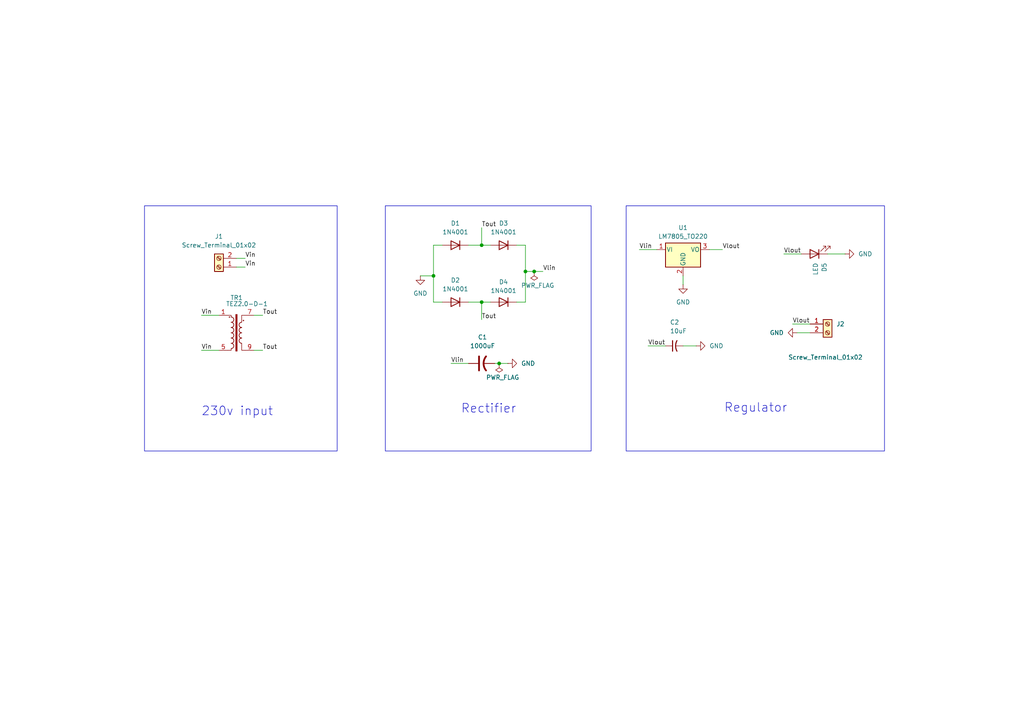
<source format=kicad_sch>
(kicad_sch (version 20250114) (generator "eeschema") (generator_version "9.0")
  (paper "A4")
  (title_block (title "AC to DC converter(5v)") (date "2025-06-17") (rev "1"))
  (lib_symbols
    (symbol "Connector:Screw_Terminal_01x02" (pin_names (offset 1.016) (hide yes))
      (property "Reference" "J" (at 0 2.54 0))
      (property "Value" "Screw_Terminal_01x02" (at 0 -5.08 0))
      (symbol "Screw_Terminal_01x02_1_1"
        (rectangle (start -1.27 1.27) (end 1.27 -3.81) (stroke (width 0.254)) (fill (type background)))
        (polyline (pts (xy -0.5334 0.3302) (xy 0.3302 -0.508)) (stroke (width 0.1524)))
        (polyline (pts (xy -0.5334 -2.2098) (xy 0.3302 -3.048)) (stroke (width 0.1524)))
        (polyline (pts (xy -0.3556 0.508) (xy 0.508 -0.3302)) (stroke (width 0.1524)))
        (polyline (pts (xy -0.3556 -2.032) (xy 0.508 -2.8702)) (stroke (width 0.1524)))
        (circle (center 0 0) (radius 0.635) (stroke (width 0.1524)))
        (circle (center 0 -2.54) (radius 0.635) (stroke (width 0.1524)))
        (pin passive line (at -5.08 0 0) (length 3.81) (name "Pin_1") (number "1"))
        (pin passive line (at -5.08 -2.54 0) (length 3.81) (name "Pin_2") (number "2"))
      )
    )
    (symbol "Device:C_Small_US" (pin_numbers (hide yes)) (pin_names (offset 0.254) (hide yes))
      (property "Reference" "C" (at 0.254 1.778 0))
      (property "Value" "C_Small_US" (at 0.254 -2.032 0))
      (symbol "C_Small_US_0_1"
        (polyline (pts (xy -1.524 0.508) (xy 1.524 0.508)) (stroke (width 0.3048)))
        (arc (start -1.524 -0.762) (mid 0 -0.3734) (end 1.524 -0.762) (stroke (width 0.3048)))
      )
      (symbol "C_Small_US_1_1"
        (pin passive line (at 0 2.54 270) (length 2.032) (name "~") (number "1"))
        (pin passive line (at 0 -2.54 90) (length 2.032) (name "~") (number "2"))
      )
    )
    (symbol "Device:C_US" (pin_numbers (hide yes)) (pin_names (offset 0.254) (hide yes))
      (property "Reference" "C" (at 0.635 2.54 0))
      (property "Value" "C_US" (at 0.635 -2.54 0))
      (symbol "C_US_0_1"
        (polyline (pts (xy -2.032 0.762) (xy 2.032 0.762)) (stroke (width 0.508)))
        (arc (start -2.032 -1.27) (mid 0 -0.5572) (end 2.032 -1.27) (stroke (width 0.508)))
      )
      (symbol "C_US_1_1"
        (pin passive line (at 0 3.81 270) (length 2.794) (name "~") (number "1"))
        (pin passive line (at 0 -3.81 90) (length 3.302) (name "~") (number "2"))
      )
    )
    (symbol "Device:LED" (pin_numbers (hide yes)) (pin_names (offset 1.016) (hide yes))
      (property "Reference" "D" (at 0 2.54 0))
      (property "Value" "LED" (at 0 -2.54 0))
      (symbol "LED_0_1"
        (polyline (pts (xy -3.048 -0.762) (xy -4.572 -2.286) (xy -3.81 -2.286) (xy -4.572 -2.286) (xy -4.572 -1.524)))
        (polyline (pts (xy -1.778 -0.762) (xy -3.302 -2.286) (xy -2.54 -2.286) (xy -3.302 -2.286) (xy -3.302 -1.524)))
        (polyline (pts (xy -1.27 0) (xy 1.27 0)))
        (polyline (pts (xy -1.27 -1.27) (xy -1.27 1.27)) (stroke (width 0.254)))
        (polyline (pts (xy 1.27 -1.27) (xy 1.27 1.27) (xy -1.27 0) (xy 1.27 -1.27)) (stroke (width 0.254)))
      )
      (symbol "LED_1_1"
        (pin passive line (at -3.81 0 0) (length 2.54) (name "K") (number "1"))
        (pin passive line (at 3.81 0 180) (length 2.54) (name "A") (number "2"))
      )
    )
    (symbol "Diode:1N4001" (pin_numbers (hide yes)) (pin_names (hide yes))
      (property "Reference" "D" (at 0 2.54 0))
      (property "Value" "1N4001" (at 0 -2.54 0))
      (symbol "1N4001_0_1"
        (polyline (pts (xy -1.27 1.27) (xy -1.27 -1.27)) (stroke (width 0.254)))
        (polyline (pts (xy 1.27 1.27) (xy 1.27 -1.27) (xy -1.27 0) (xy 1.27 1.27)) (stroke (width 0.254)))
        (polyline (pts (xy 1.27 0) (xy -1.27 0)))
      )
      (symbol "1N4001_1_1"
        (pin passive line (at -3.81 0 0) (length 2.54) (name "K") (number "1"))
        (pin passive line (at 3.81 0 180) (length 2.54) (name "A") (number "2"))
      )
    )
    (symbol "Regulator_Linear:LM7805_TO220" (pin_names (offset 0.254))
      (property "Reference" "U" (at -3.81 3.175 0))
      (property "Value" "LM7805_TO220" (at 0 3.175 0))
      (symbol "LM7805_TO220_0_1"
        (rectangle (start -5.08 1.905) (end 5.08 -5.08) (stroke (width 0.254)) (fill (type background)))
      )
      (symbol "LM7805_TO220_1_1"
        (pin power_in line (at -7.62 0 0) (length 2.54) (name "VI") (number "1"))
        (pin power_in line (at 0 -7.62 90) (length 2.54) (name "GND") (number "2"))
        (pin power_out line (at 7.62 0 180) (length 2.54) (name "VO") (number "3"))
      )
    )
    (symbol "Transformer:TEZ2.0-D-1" (pin_names (offset 0.0254))
      (property "Reference" "TR" (at 0 6.35 0))
      (property "Value" "TEZ2.0-D-1" (at 0 -6.35 0))
      (symbol "TEZ2.0-D-1_0_1"
        (circle (center -2.032 4.572) (radius 0.127))
        (arc (start -1.524 4.572) (mid -0.7653 3.81) (end -1.524 3.048) (stroke (width 0.2032)))
        (arc (start -1.524 3.048) (mid -0.7653 2.286) (end -1.524 1.524) (stroke (width 0.2032)))
        (arc (start -1.524 1.524) (mid -0.7653 0.762) (end -1.524 0) (stroke (width 0.2032)))
        (arc (start -1.524 0) (mid -0.7653 -0.762) (end -1.524 -1.524) (stroke (width 0.2032)))
        (arc (start -1.524 -1.524) (mid -0.7653 -2.286) (end -1.524 -3.048) (stroke (width 0.2032)))
        (arc (start -1.524 -3.048) (mid -0.7653 -3.81) (end -1.524 -4.572) (stroke (width 0.2032)))
        (polyline (pts (xy -1.524 4.572) (xy -1.524 5.08) (xy -2.54 5.08)))
        (polyline (pts (xy -1.524 -4.572) (xy -1.524 -5.08) (xy -2.54 -5.08)))
        (rectangle (start -0.254 5.334) (end 0.254 -5.334) (stroke (width 0.0254)) (fill (type outline)))
        (polyline (pts (xy 1.524 3.048) (xy 1.524 5.08) (xy 2.54 5.08) (xy 2.54 5.08)) (stroke (width 0.1524)))
        (arc (start 1.524 1.524) (mid 0.7653 2.286) (end 1.524 3.048) (stroke (width 0.2032)))
        (arc (start 1.524 0) (mid 0.7653 0.762) (end 1.524 1.524) (stroke (width 0.2032)))
        (arc (start 1.524 -1.524) (mid 0.7653 -0.762) (end 1.524 0) (stroke (width 0.2032)))
        (arc (start 1.524 -3.048) (mid 0.7653 -2.286) (end 1.524 -1.524) (stroke (width 0.2032)))
        (circle (center 2.032 3.556) (radius 0.127))
        (polyline (pts (xy 2.54 -5.08) (xy 1.524 -5.08) (xy 1.524 -3.048) (xy 1.524 -3.048)) (stroke (width 0.1524)))
      )
      (symbol "TEZ2.0-D-1_1_1"
        (pin passive line (at -5.08 5.08 0) (length 2.54) (name "~") (number "1"))
        (pin passive line (at -5.08 -5.08 0) (length 2.54) (name "~") (number "5"))
        (pin passive line (at 5.08 5.08 180) (length 2.54) (name "~") (number "7"))
        (pin passive line (at 5.08 -5.08 180) (length 2.54) (name "~") (number "9"))
      )
    )
    (symbol "power:GND" (power) (pin_numbers (hide yes)) (pin_names (offset 0) (hide yes))
      (property "Value" "GND" (at 0 -3.81 0))
      (symbol "GND_0_1"
        (polyline (pts (xy 0 0) (xy 0 -1.27) (xy 1.27 -1.27) (xy 0 -2.54) (xy -1.27 -1.27) (xy 0 -1.27)))
      )
      (symbol "GND_1_1"
        (pin power_in line (at 0 0 270) (length 0) (name "~") (number "1"))
      )
    )
    (symbol "power:PWR_FLAG" (power) (pin_numbers (hide yes)) (pin_names (offset 0) (hide yes))
      (property "Value" "PWR_FLAG" (at 0 3.81 0))
      (symbol "PWR_FLAG_0_0"
        (pin power_out line (at 0 0 90) (length 0) (name "~") (number "1"))
      )
      (symbol "PWR_FLAG_0_1"
        (polyline (pts (xy 0 0) (xy 0 1.27) (xy -1.016 1.905) (xy 0 2.54) (xy 1.016 1.905) (xy 0 1.27)))
      )
    )
  )
  (rectangle (start 181.61 59.69) (end 256.54 130.81))
  (rectangle (start 41.91 59.69) (end 97.79 130.81))
  (rectangle (start 111.76 59.69) (end 171.45 130.81))
  (text "Rectifier\n" (at 141.732 118.618 0) (effects (font (size 2.54 2.54))))
  (text "230v input\n" (at 68.834 119.38 0) (effects (font (size 2.54 2.54))))
  (text "Regulator\n" (at 219.202 118.364 0) (effects (font (size 2.54 2.54))))
  (junction (at 152.4 78.74))
  (junction (at 139.7 71.12))
  (junction (at 125.73 80.01))
  (junction (at 154.94 78.74))
  (junction (at 144.78 105.41))
  (junction (at 139.7 87.63))
  (wire (pts (xy 185.42 72.39) (xy 190.5 72.39)))
  (wire (pts (xy 68.58 74.93) (xy 71.12 74.93)))
  (wire (pts (xy 58.42 101.6) (xy 63.5 101.6)))
  (wire (pts (xy 152.4 78.74) (xy 154.94 78.74)))
  (wire (pts (xy 152.4 71.12) (xy 152.4 78.74)))
  (wire (pts (xy 231.14 96.52) (xy 234.95 96.52)))
  (wire (pts (xy 149.86 71.12) (xy 152.4 71.12)))
  (wire (pts (xy 58.42 91.44) (xy 63.5 91.44)))
  (wire (pts (xy 201.93 100.33) (xy 198.12 100.33)))
  (wire (pts (xy 73.66 91.44) (xy 76.2 91.44)))
  (wire (pts (xy 229.87 93.98) (xy 234.95 93.98)))
  (wire (pts (xy 149.86 87.63) (xy 152.4 87.63)))
  (wire (pts (xy 125.73 71.12) (xy 125.73 80.01)))
  (wire (pts (xy 125.73 80.01) (xy 121.92 80.01)))
  (wire (pts (xy 68.58 77.47) (xy 71.12 77.47)))
  (wire (pts (xy 125.73 80.01) (xy 125.73 87.63)))
  (wire (pts (xy 205.74 72.39) (xy 209.55 72.39)))
  (wire (pts (xy 198.12 80.01) (xy 198.12 82.55)))
  (wire (pts (xy 232.41 73.66) (xy 227.33 73.66)))
  (wire (pts (xy 245.11 73.66) (xy 240.03 73.66)))
  (wire (pts (xy 187.96 100.33) (xy 193.04 100.33)))
  (wire (pts (xy 154.94 78.74) (xy 157.48 78.74)))
  (wire (pts (xy 135.89 87.63) (xy 139.7 87.63)))
  (wire (pts (xy 139.7 87.63) (xy 142.24 87.63)))
  (wire (pts (xy 144.78 105.41) (xy 147.32 105.41)))
  (wire (pts (xy 125.73 87.63) (xy 128.27 87.63)))
  (wire (pts (xy 139.7 66.04) (xy 139.7 71.12)))
  (wire (pts (xy 139.7 87.63) (xy 139.7 92.71)))
  (wire (pts (xy 152.4 78.74) (xy 152.4 87.63)))
  (wire (pts (xy 139.7 71.12) (xy 142.24 71.12)))
  (wire (pts (xy 73.66 101.6) (xy 76.2 101.6)))
  (wire (pts (xy 128.27 71.12) (xy 125.73 71.12)))
  (wire (pts (xy 130.81 105.41) (xy 135.89 105.41)))
  (wire (pts (xy 135.89 71.12) (xy 139.7 71.12)))
  (wire (pts (xy 143.51 105.41) (xy 144.78 105.41)))
  (label "Vlout" (at 227.33 73.66 0))
  (label "Vin" (at 71.12 74.93 0))
  (label "Tout" (at 139.7 92.71 0))
  (label "Vin" (at 58.42 101.6 0))
  (label "Vin" (at 58.42 91.44 0))
  (label "Tout" (at 76.2 101.6 0))
  (label "Tout" (at 76.2 91.44 0))
  (label "Vlout" (at 209.55 72.39 0))
  (label "Tout" (at 139.7 66.04 0))
  (label "Vin" (at 71.12 77.47 0))
  (label "Vlin" (at 185.42 72.39 0))
  (label "Vlout" (at 187.96 100.33 0))
  (label "Vlout" (at 229.87 93.98 0))
  (label "Vlin" (at 157.48 78.74 0))
  (label "Vlin" (at 130.81 105.41 0))
  (symbol (lib_id "Diode:1N4001") (at 146.05 71.12 180) (unit 1)
    (property "Reference" "D3" (at 146.05 64.77 0))
    (property "Value" "1N4001" (at 146.05 67.31 0))
    (property "Footprint" "Diode_THT:D_DO-41_SOD81_P10.16mm_Horizontal" (effects (hide yes)))
    (property "Datasheet" "http://www.vishay.com/docs/88503/1n4001.pdf" (effects (hide yes)))
    (property "Description" "50V 1A General Purpose Rectifier Diode, DO-41" (effects (hide yes)))
    (property "Sim.Device" "D" (effects (hide yes)))
    (property "Sim.Pins" "1=K 2=A" (effects (hide yes)))
  )
  (symbol (lib_id "Connector:Screw_Terminal_01x02") (at 63.5 77.47 180) (unit 1)
    (property "Reference" "J1" (at 63.5 68.58 0))
    (property "Value" "Screw_Terminal_01x02" (at 63.5 71.12 0))
    (property "Footprint" "TerminalBlock:TerminalBlock_MaiXu_MX126-5.0-02P_1x02_P5.00mm" (effects (hide yes)))
    (property "Description" "Generic screw terminal, single row, 01x02, script generated (kicad-library-utils/schlib/autogen/connector/)" (effects (hide yes)))
  )
  (symbol (lib_id "power:GND") (at 198.12 82.55 0) (unit 1)
    (property "Reference" "#PWR03" (effects (hide yes)))
    (property "Value" "GND" (at 198.12 87.63 0))
    (property "Description" "Power symbol creates a global label with name \"GND\" , ground" (effects (hide yes)))
  )
  (symbol (lib_id "Diode:1N4001") (at 132.08 87.63 180) (unit 1)
    (property "Reference" "D2" (at 132.08 81.28 0))
    (property "Value" "1N4001" (at 132.08 83.82 0))
    (property "Footprint" "Diode_THT:D_DO-41_SOD81_P10.16mm_Horizontal" (effects (hide yes)))
    (property "Datasheet" "http://www.vishay.com/docs/88503/1n4001.pdf" (effects (hide yes)))
    (property "Description" "50V 1A General Purpose Rectifier Diode, DO-41" (effects (hide yes)))
    (property "Sim.Device" "D" (effects (hide yes)))
    (property "Sim.Pins" "1=K 2=A" (effects (hide yes)))
  )
  (symbol (lib_id "power:GND") (at 147.32 105.41 90) (unit 1)
    (property "Reference" "#PWR01" (effects (hide yes)))
    (property "Value" "GND" (at 151.13 105.4099 90) (effects (justify right)))
    (property "Description" "Power symbol creates a global label with name \"GND\" , ground" (effects (hide yes)))
  )
  (symbol (lib_id "Diode:1N4001") (at 132.08 71.12 180) (unit 1)
    (property "Reference" "D1" (at 132.08 64.77 0))
    (property "Value" "1N4001" (at 132.08 67.31 0))
    (property "Footprint" "Diode_THT:D_DO-41_SOD81_P10.16mm_Horizontal" (effects (hide yes)))
    (property "Datasheet" "http://www.vishay.com/docs/88503/1n4001.pdf" (effects (hide yes)))
    (property "Description" "50V 1A General Purpose Rectifier Diode, DO-41" (effects (hide yes)))
    (property "Sim.Device" "D" (effects (hide yes)))
    (property "Sim.Pins" "1=K 2=A" (effects (hide yes)))
  )
  (symbol (lib_id "power:GND") (at 245.11 73.66 90) (unit 1)
    (property "Reference" "#PWR05" (effects (hide yes)))
    (property "Value" "GND" (at 248.92 73.6599 90) (effects (justify right)))
    (property "Description" "Power symbol creates a global label with name \"GND\" , ground" (effects (hide yes)))
  )
  (symbol (lib_id "Regulator_Linear:LM7805_TO220") (at 198.12 72.39 0) (unit 1)
    (property "Reference" "U1" (at 198.12 66.04 0))
    (property "Value" "LM7805_TO220" (at 198.12 68.58 0))
    (property "Footprint" "Package_TO_SOT_THT:TO-220-3_Vertical" (effects (hide yes)))
    (property "Datasheet" "https://www.onsemi.cn/PowerSolutions/document/MC7800-D.PDF" (effects (hide yes)))
    (property "Description" "Positive 1A 35V Linear Regulator, Fixed Output 5V, TO-220" (effects (hide yes)))
  )
  (symbol (lib_id "Device:C_Small_US") (at 195.58 100.33 90) (unit 1)
    (property "Reference" "C2" (at 194.31 93.472 90) (effects (justify right)))
    (property "Value" "10uF" (at 194.31 96.012 90) (effects (justify right)))
    (property "Footprint" "Capacitor_THT:C_Disc_D7.5mm_W4.4mm_P5.00mm" (effects (hide yes)))
    (property "Description" "capacitor, small US symbol" (effects (hide yes)))
  )
  (symbol (lib_id "power:GND") (at 121.92 80.01 0) (unit 1)
    (property "Reference" "#PWR02" (effects (hide yes)))
    (property "Value" "GND" (at 121.92 85.09 0))
    (property "Description" "Power symbol creates a global label with name \"GND\" , ground" (effects (hide yes)))
  )
  (symbol (lib_id "Device:LED") (at 236.22 73.66 180) (unit 1)
    (property "Reference" "D5" (at 239.0776 76.2 90) (effects (justify left)))
    (property "Value" "LED" (at 236.5376 76.2 90) (effects (justify left)))
    (property "Footprint" "LED_THT:LED_D1.8mm_W1.8mm_H2.4mm_Horizontal_O1.27mm_Z1.6mm" (effects (hide yes)))
    (property "Description" "Light emitting diode" (effects (hide yes)))
    (property "Sim.Pins" "1=K 2=A" (effects (hide yes)))
  )
  (symbol (lib_id "power:GND") (at 231.14 96.52 270) (unit 1)
    (property "Reference" "#PWR06" (effects (hide yes)))
    (property "Value" "GND" (at 227.33 96.5199 90) (effects (justify right)))
    (property "Description" "Power symbol creates a global label with name \"GND\" , ground" (effects (hide yes)))
  )
  (symbol (lib_id "Connector:Screw_Terminal_01x02") (at 240.03 93.98 0) (unit 1)
    (property "Reference" "J2" (at 242.57 93.9799 0) (effects (justify left)))
    (property "Value" "Screw_Terminal_01x02" (at 228.6 103.632 0) (effects (justify left)))
    (property "Footprint" "TerminalBlock:TerminalBlock_MaiXu_MX126-5.0-02P_1x02_P5.00mm" (effects (hide yes)))
    (property "Description" "Generic screw terminal, single row, 01x02, script generated (kicad-library-utils/schlib/autogen/connector/)" (effects (hide yes)))
  )
  (symbol (lib_id "Device:C_US") (at 139.7 105.41 90) (unit 1)
    (property "Reference" "C1" (at 139.954 97.79 90))
    (property "Value" "1000uF" (at 139.954 100.33 90))
    (property "Footprint" "Capacitor_THT:C_Radial_D12.5mm_H25.0mm_P5.00mm" (effects (hide yes)))
    (property "Description" "capacitor, US symbol" (effects (hide yes)))
  )
  (symbol (lib_id "Diode:1N4001") (at 146.05 87.63 180) (unit 1)
    (property "Reference" "D4" (at 146.05 81.7822 0))
    (property "Value" "1N4001" (at 146.05 84.3222 0))
    (property "Footprint" "Diode_THT:D_DO-41_SOD81_P10.16mm_Horizontal" (effects (hide yes)))
    (property "Datasheet" "http://www.vishay.com/docs/88503/1n4001.pdf" (effects (hide yes)))
    (property "Description" "50V 1A General Purpose Rectifier Diode, DO-41" (effects (hide yes)))
    (property "Sim.Device" "D" (effects (hide yes)))
    (property "Sim.Pins" "1=K 2=A" (effects (hide yes)))
  )
  (symbol (lib_id "Transformer:TEZ2.0-D-1") (at 68.58 96.52 0) (unit 1)
    (property "Reference" "TR1" (at 68.6181 86.36 0))
    (property "Value" "TEZ2.0-D-1" (at 71.628 88.138 0))
    (property "Footprint" "Transformer_THT:Transformer_Breve_TEZ-28x33" (effects (hide yes)))
    (property "Datasheet" "http://www.breve.pl/pdf/ANG/TEZ_ang.pdf" (effects (hide yes)))
    (property "Description" "TEZ2.0/D/x, 2VA, Single Secondary, Cast Resin Transformer, PCB" (effects (hide yes)))
  )
  (symbol (lib_id "power:GND") (at 201.93 100.33 90) (unit 1)
    (property "Reference" "#PWR04" (effects (hide yes)))
    (property "Value" "GND" (at 205.74 100.3299 90) (effects (justify right)))
    (property "Description" "Power symbol creates a global label with name \"GND\" , ground" (effects (hide yes)))
  )
  (symbol (lib_id "power:PWR_FLAG") (at 144.78 105.41 180) (unit 1)
    (property "Reference" "#FLG01" (effects (hide yes)))
    (property "Value" "PWR_FLAG" (at 140.97 109.474 0) (effects (justify right)))
    (property "Description" "Special symbol for telling ERC where power comes from" (effects (hide yes)))
  )
  (symbol (lib_id "power:PWR_FLAG") (at 154.94 78.74 180) (unit 1)
    (property "Reference" "#FLG02" (effects (hide yes)))
    (property "Value" "PWR_FLAG" (at 151.13 82.804 0) (effects (justify right)))
    (property "Description" "Special symbol for telling ERC where power comes from" (effects (hide yes)))
  )
)
</source>
